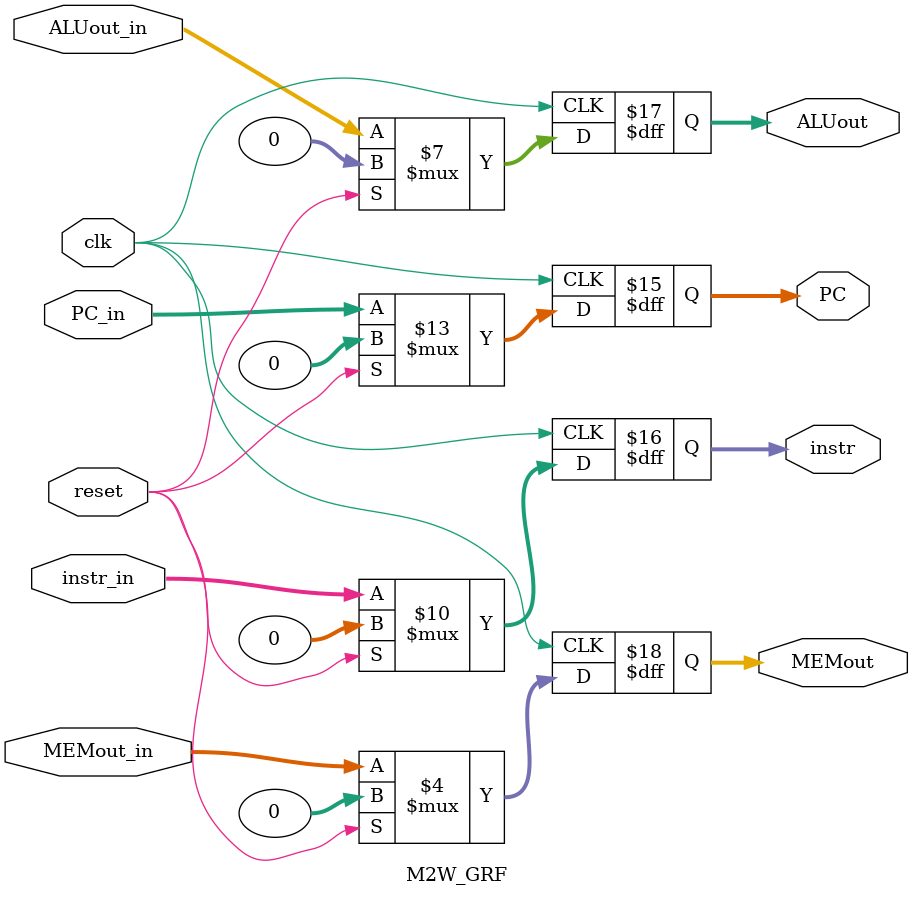
<source format=v>
`timescale 1ns / 1ps
`include "def.v"

module I2D_GRF(
    input [31:0] PC_in,
    input [31:0] instr_in,
    input reset,
    input clk,
    input freeze,
    output reg [31:0] PC,
    output reg [31:0] instr
);

initial begin
    PC <= 0;
    instr <= 0;
end

always @ (posedge clk) begin
    if (reset)  begin
        PC <= 0;
        instr <= 0;
    end
    else if (!freeze) begin
        PC <= PC_in;
        instr <= instr_in;
    end
end

endmodule // I2D_GRF

////////////////////////////////////////

module D2E_GRF(
    input [31:0] PC_in,
    input [31:0] instr_in,
    input [31:0] D1_in,
    input [31:0] D2_in,
    input reset,
    input clk,
	 input setNOP,
    output reg [31:0] PC,
    output reg [31:0] instr,
    output reg [31:0] D1,
    output reg [31:0] D2
);

initial begin
    PC <= 0;
    instr <= 0;
    D1 <= 0;
    D2 <= 0;
end

always @ (posedge clk) begin
    if (reset | setNOP)  begin
        PC <= 0;
        instr <= 0;
        D1 <= 0;
        D2 <= 0;
    end
    else begin
        PC <= PC_in;
        instr <= instr_in;
        D1 <= D1_in;
        D2 <= D2_in;
    end
end

endmodule // D2E_GRF

/////////////////////////////////////////

module E2M_GRF(
    input [31:0] PC_in,
    input [31:0] instr_in,
    input [31:0] ALUout_in,
    input [31:0] D2_in,
    input reset,
    input clk,
    output reg [31:0] PC,
    output reg [31:0] instr,
    output reg [31:0] ALUout,
    output reg [31:0] D2
);

initial begin
    PC <= 0;
    instr <= 0;
    ALUout <= 0;
    D2 <= 0;
end

always @ (posedge clk) begin
    if (reset )  begin
        PC <= 0;
        instr <= 0;
        ALUout <= 0;
        D2 <= 0;
    end
    else begin
        PC <= PC_in;
        instr <= instr_in;
        ALUout <= ALUout_in;
        D2 <= D2_in;
    end
end

endmodule // E2M_GRF

//////////////////////////////////

module M2W_GRF(
    input [31:0] PC_in,
    input [31:0] instr_in,
    input [31:0] ALUout_in,
    input [31:0] MEMout_in,
    input reset,
    input clk,
    output reg [31:0] PC,
    output reg [31:0] instr,
    output reg [31:0] ALUout,
    output reg [31:0] MEMout
);

initial begin
    PC <= 0;
    instr <= 0;
    ALUout <= 0;
    MEMout <= 0;
end

always @ (posedge clk) begin
    if (reset )  begin
        PC <= 0;
        instr <= 0;
        ALUout <= 0;
        MEMout <= 0;
    end
    else begin
        PC <= PC_in;
        instr <= instr_in;
        ALUout <= ALUout_in;
        MEMout <= MEMout_in;
    end
end

endmodule // M2W_GRF
</source>
